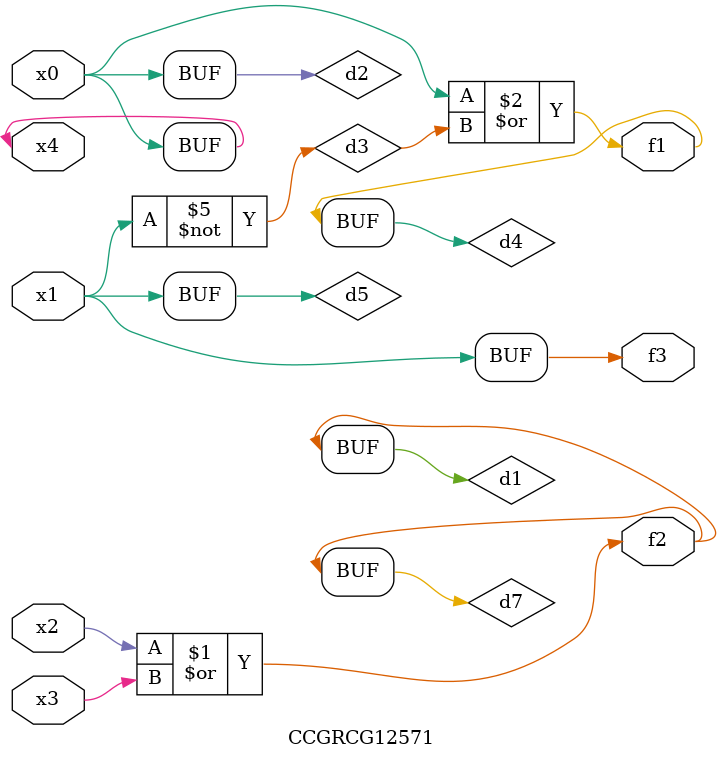
<source format=v>
module CCGRCG12571(
	input x0, x1, x2, x3, x4,
	output f1, f2, f3
);

	wire d1, d2, d3, d4, d5, d6, d7;

	or (d1, x2, x3);
	buf (d2, x0, x4);
	not (d3, x1);
	or (d4, d2, d3);
	not (d5, d3);
	nand (d6, d1, d3);
	or (d7, d1);
	assign f1 = d4;
	assign f2 = d7;
	assign f3 = d5;
endmodule

</source>
